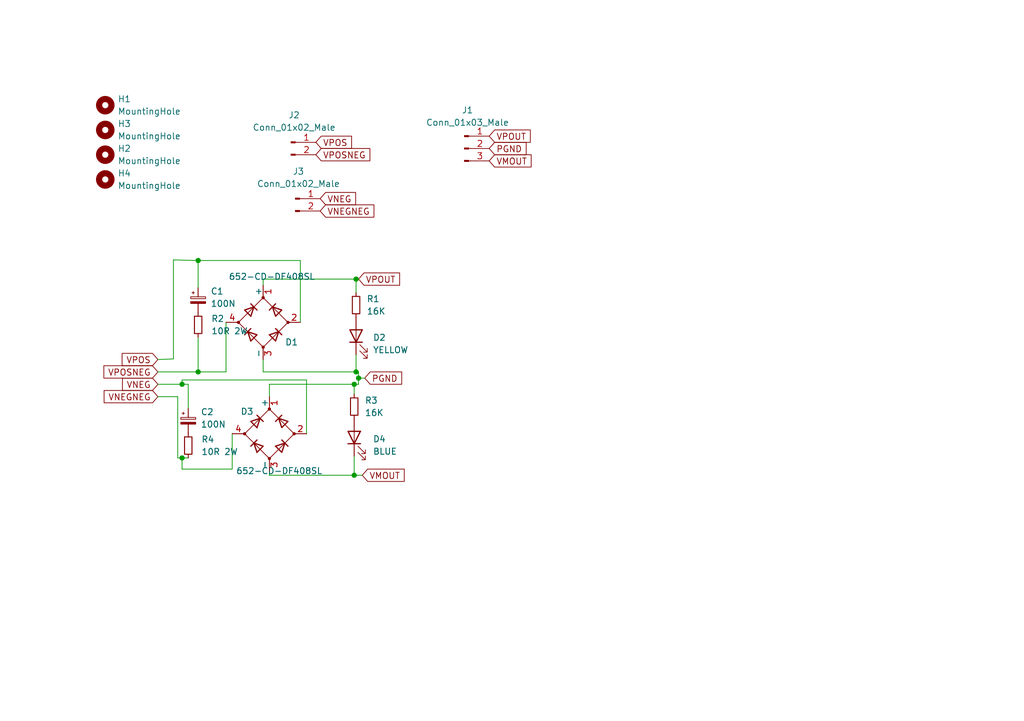
<source format=kicad_sch>
(kicad_sch (version 20231120) (generator "eeschema") (generator_version "8.0")
  (paper "A5")
  (lib_symbols
    (symbol "Connector:Conn_01x02_Male" (pin_names (offset 1.016) hide)
      (property "Reference" "J" (at 0 2.54 0))
      (property "Value" "Conn_01x02_Male" (at 0 -5.08 0))
      (symbol "Conn_01x02_Male_1_1"
        (polyline (pts (xy 1.27 -2.54) (xy 0.8636 -2.54)) (stroke (width 0.1524)))
        (polyline (pts (xy 1.27 0) (xy 0.8636 0)) (stroke (width 0.1524)))
        (rectangle (start 0.8636 -2.413) (end 0 -2.667) (stroke (width 0.1524)) (fill (type outline)))
        (rectangle (start 0.8636 0.127) (end 0 -0.127) (stroke (width 0.1524)) (fill (type outline)))
        (pin passive line (at 5.08 0 180) (length 3.81) (name "Pin_1") (number "1"))
        (pin passive line (at 5.08 -2.54 180) (length 3.81) (name "Pin_2") (number "2"))
      )
    )
    (symbol "Connector:Conn_01x03_Male" (pin_names (offset 1.016) hide)
      (property "Reference" "J" (at 0 5.08 0))
      (property "Value" "Conn_01x03_Male" (at 0 -5.08 0))
      (symbol "Conn_01x03_Male_1_1"
        (polyline (pts (xy 1.27 -2.54) (xy 0.8636 -2.54)) (stroke (width 0.1524)))
        (polyline (pts (xy 1.27 0) (xy 0.8636 0)) (stroke (width 0.1524)))
        (polyline (pts (xy 1.27 2.54) (xy 0.8636 2.54)) (stroke (width 0.1524)))
        (rectangle (start 0.8636 -2.413) (end 0 -2.667) (stroke (width 0.1524)) (fill (type outline)))
        (rectangle (start 0.8636 0.127) (end 0 -0.127) (stroke (width 0.1524)) (fill (type outline)))
        (rectangle (start 0.8636 2.667) (end 0 2.413) (stroke (width 0.1524)) (fill (type outline)))
        (pin passive line (at 5.08 2.54 180) (length 3.81) (name "Pin_1") (number "1"))
        (pin passive line (at 5.08 0 180) (length 3.81) (name "Pin_2") (number "2"))
        (pin passive line (at 5.08 -2.54 180) (length 3.81) (name "Pin_3") (number "3"))
      )
    )
    (symbol "Device:C_Polarized_Small" (pin_numbers hide) (pin_names (offset 0.254) hide)
      (property "Reference" "C" (at 0.254 1.778 0))
      (property "Value" "C_Polarized_Small" (at 0.254 -2.032 0))
      (symbol "C_Polarized_Small_0_1"
        (rectangle (start -1.524 -0.3048) (end 1.524 -0.6858) (fill (type outline)))
        (rectangle (start -1.524 0.6858) (end 1.524 0.3048))
        (polyline (pts (xy -1.27 1.524) (xy -0.762 1.524)))
        (polyline (pts (xy -1.016 1.27) (xy -1.016 1.778)))
      )
      (symbol "C_Polarized_Small_1_1"
        (pin passive line (at 0 2.54 270) (length 1.8542) (name "~") (number "1"))
        (pin passive line (at 0 -2.54 90) (length 1.8542) (name "~") (number "2"))
      )
    )
    (symbol "Device:D_Bridge_+A-A" (pin_names (offset 0))
      (property "Reference" "D" (at 2.54 6.985 0))
      (property "Value" "D_Bridge_+A-A" (at 2.54 5.08 0))
      (symbol "D_Bridge_+A-A_0_1"
        (circle (center -5.08 0) (radius 0.254) (fill (type outline)))
        (circle (center 0 -5.08) (radius 0.254) (fill (type outline)))
        (polyline (pts (xy -2.54 3.81) (xy -1.27 2.54)) (stroke (width 0.254)))
        (polyline (pts (xy -1.27 -2.54) (xy -2.54 -3.81)) (stroke (width 0.254)))
        (polyline (pts (xy 2.54 -1.27) (xy 3.81 -2.54)) (stroke (width 0.254)))
        (polyline (pts (xy 2.54 1.27) (xy 3.81 2.54)) (stroke (width 0.254)))
        (polyline (pts (xy -3.81 2.54) (xy -2.54 1.27) (xy -1.905 3.175) (xy -3.81 2.54)) (stroke (width 0.254)))
        (polyline (pts (xy -2.54 -1.27) (xy -3.81 -2.54) (xy -1.905 -3.175) (xy -2.54 -1.27)) (stroke (width 0.254)))
        (polyline (pts (xy 1.27 2.54) (xy 2.54 3.81) (xy 3.175 1.905) (xy 1.27 2.54)) (stroke (width 0.254)))
        (polyline (pts (xy 3.175 -1.905) (xy 1.27 -2.54) (xy 2.54 -3.81) (xy 3.175 -1.905)) (stroke (width 0.254)))
        (polyline (pts (xy -5.08 0) (xy 0 -5.08) (xy 5.08 0) (xy 0 5.08) (xy -5.08 0)))
        (circle (center 0 5.08) (radius 0.254) (fill (type outline)))
        (circle (center 5.08 0) (radius 0.254) (fill (type outline)))
      )
      (symbol "D_Bridge_+A-A_1_1"
        (pin passive line (at 7.62 0 180) (length 2.54) (name "+") (number "1"))
        (pin passive line (at 0 -7.62 90) (length 2.54) (name "~") (number "2"))
        (pin passive line (at -7.62 0 0) (length 2.54) (name "-") (number "3"))
        (pin passive line (at 0 7.62 270) (length 2.54) (name "~") (number "4"))
      )
    )
    (symbol "Device:LED" (pin_numbers hide) (pin_names (offset 1.016) hide)
      (property "Reference" "D" (at 0 2.54 0))
      (property "Value" "LED" (at 0 -2.54 0))
      (symbol "LED_0_1"
        (polyline (pts (xy -1.27 -1.27) (xy -1.27 1.27)) (stroke (width 0.254)))
        (polyline (pts (xy -1.27 0) (xy 1.27 0)))
        (polyline (pts (xy 1.27 -1.27) (xy 1.27 1.27) (xy -1.27 0) (xy 1.27 -1.27)) (stroke (width 0.254)))
        (polyline (pts (xy -3.048 -0.762) (xy -4.572 -2.286) (xy -3.81 -2.286) (xy -4.572 -2.286) (xy -4.572 -1.524)))
        (polyline (pts (xy -1.778 -0.762) (xy -3.302 -2.286) (xy -2.54 -2.286) (xy -3.302 -2.286) (xy -3.302 -1.524)))
      )
      (symbol "LED_1_1"
        (pin passive line (at -3.81 0 0) (length 2.54) (name "K") (number "1"))
        (pin passive line (at 3.81 0 180) (length 2.54) (name "A") (number "2"))
      )
    )
    (symbol "Device:R_Small" (pin_numbers hide) (pin_names (offset 0.254) hide)
      (property "Reference" "R" (at 0.762 0.508 0))
      (property "Value" "R_Small" (at 0.762 -1.016 0))
      (symbol "R_Small_0_1"
        (rectangle (start -0.762 1.778) (end 0.762 -1.778) (stroke (width 0.2032)))
      )
      (symbol "R_Small_1_1"
        (pin passive line (at 0 2.54 270) (length 0.762) (name "~") (number "1"))
        (pin passive line (at 0 -2.54 90) (length 0.762) (name "~") (number "2"))
      )
    )
    (symbol "Mechanical:MountingHole" (pin_names (offset 1.016))
      (property "Reference" "H" (at 0 5.08 0))
      (property "Value" "MountingHole" (at 0 3.175 0))
      (symbol "MountingHole_0_1"
        (circle (center 0 0) (radius 1.27) (stroke (width 1.27)))
      )
    )
  )
  (junction (at 73.025 57.277))
  (junction (at 72.644 78.867))
  (junction (at 72.644 97.536))
  (junction (at 40.64 76.327))
  (junction (at 37.338 93.98))
  (junction (at 73.533 77.597))
  (junction (at 40.64 53.467))
  (junction (at 37.338 78.867))
  (junction (at 73.025 76.327))
  (wire (pts (xy 37.338 77.978) (xy 37.338 78.867)))
  (wire (pts (xy 72.644 78.867) (xy 72.644 80.899)))
  (wire (pts (xy 38.608 93.98) (xy 37.338 93.98)))
  (wire (pts (xy 37.338 78.867) (xy 38.608 78.867)))
  (wire (pts (xy 36.449 93.98) (xy 36.449 81.407)))
  (wire (pts (xy 40.64 69.215) (xy 40.64 76.327)))
  (wire (pts (xy 62.865 77.978) (xy 62.865 89.027)))
  (wire (pts (xy 38.608 78.867) (xy 38.608 83.82)))
  (wire (pts (xy 73.533 76.327) (xy 73.533 77.597)))
  (wire (pts (xy 61.595 53.467) (xy 40.64 53.467)))
  (wire (pts (xy 53.975 58.547) (xy 53.975 57.277)))
  (wire (pts (xy 55.245 78.867) (xy 72.644 78.867)))
  (wire (pts (xy 35.56 73.66) (xy 32.385 73.787)))
  (wire (pts (xy 35.56 53.34) (xy 35.56 73.66)))
  (wire (pts (xy 73.025 57.277) (xy 73.533 57.277)))
  (wire (pts (xy 55.245 97.536) (xy 55.245 96.647)))
  (wire (pts (xy 61.595 53.467) (xy 61.595 66.167)))
  (wire (pts (xy 32.385 78.867) (xy 37.338 78.867)))
  (wire (pts (xy 40.64 53.467) (xy 40.64 59.055)))
  (wire (pts (xy 53.975 57.277) (xy 73.025 57.277)))
  (wire (pts (xy 72.644 78.867) (xy 73.533 78.867)))
  (wire (pts (xy 32.385 76.327) (xy 40.64 76.327)))
  (wire (pts (xy 46.355 66.167) (xy 46.355 76.327)))
  (wire (pts (xy 55.245 97.536) (xy 72.644 97.536)))
  (wire (pts (xy 53.975 76.327) (xy 73.025 76.327)))
  (wire (pts (xy 37.338 93.98) (xy 37.338 96.266)))
  (wire (pts (xy 40.64 53.467) (xy 35.56 53.34)))
  (wire (pts (xy 47.625 96.266) (xy 37.338 96.266)))
  (wire (pts (xy 72.644 97.536) (xy 74.295 97.536)))
  (wire (pts (xy 32.385 81.407) (xy 36.449 81.407)))
  (wire (pts (xy 37.338 93.98) (xy 36.449 93.98)))
  (wire (pts (xy 73.025 57.277) (xy 73.025 60.071)))
  (wire (pts (xy 55.245 78.867) (xy 55.245 81.407)))
  (wire (pts (xy 53.975 73.787) (xy 53.975 76.327)))
  (wire (pts (xy 73.025 72.771) (xy 73.025 76.327)))
  (wire (pts (xy 73.533 77.597) (xy 73.533 78.867)))
  (wire (pts (xy 40.64 76.327) (xy 46.355 76.327)))
  (wire (pts (xy 73.025 76.327) (xy 73.533 76.327)))
  (wire (pts (xy 47.625 89.027) (xy 47.625 96.266)))
  (wire (pts (xy 62.865 77.978) (xy 37.338 77.978)))
  (wire (pts (xy 73.533 77.597) (xy 74.803 77.597)))
  (wire (pts (xy 72.644 93.599) (xy 72.644 97.536)))
  (global_label "VPOUT" (shape input) (at 73.533 57.277 0) (property "Intersheetrefs" "${INTERSHEET_REFS}" (effects (hide yes))))
  (global_label "VPOSNEG" (shape input) (at 32.385 76.327 180) (property "Intersheetrefs" "${INTERSHEET_REFS}" (effects (hide yes))))
  (global_label "VMOUT" (shape input) (at 74.295 97.536 0) (property "Intersheetrefs" "${INTERSHEET_REFS}" (effects (hide yes))))
  (global_label "VPOS" (shape input) (at 64.77 29.21 0) (property "Intersheetrefs" "${INTERSHEET_REFS}" (effects (hide yes))))
  (global_label "VNEGNEG" (shape input) (at 32.385 81.407 180) (property "Intersheetrefs" "${INTERSHEET_REFS}" (effects (hide yes))))
  (global_label "VPOUT" (shape input) (at 100.33 27.94 0) (property "Intersheetrefs" "${INTERSHEET_REFS}" (effects (hide yes))))
  (global_label "VMOUT" (shape input) (at 100.33 33.02 0) (property "Intersheetrefs" "${INTERSHEET_REFS}" (effects (hide yes))))
  (global_label "VNEG" (shape input) (at 32.385 78.867 180) (property "Intersheetrefs" "${INTERSHEET_REFS}" (effects (hide yes))))
  (global_label "PGND" (shape input) (at 74.803 77.597 0) (property "Intersheetrefs" "${INTERSHEET_REFS}" (effects (hide yes))))
  (global_label "VPOSNEG" (shape input) (at 64.77 31.75 0) (property "Intersheetrefs" "${INTERSHEET_REFS}" (effects (hide yes))))
  (global_label "PGND" (shape input) (at 100.33 30.48 0) (property "Intersheetrefs" "${INTERSHEET_REFS}" (effects (hide yes))))
  (global_label "VPOS" (shape input) (at 32.385 73.787 180) (property "Intersheetrefs" "${INTERSHEET_REFS}" (effects (hide yes))))
  (global_label "VNEGNEG" (shape input) (at 65.659 43.307 0) (property "Intersheetrefs" "${INTERSHEET_REFS}" (effects (hide yes))))
  (global_label "VNEG" (shape input) (at 65.659 40.767 0) (property "Intersheetrefs" "${INTERSHEET_REFS}" (effects (hide yes))))
  (symbol (lib_id "Device:D_Bridge_+A-A") (at 55.245 89.027 90) (unit 1)
    (property "Reference" "D3" (at 50.673 84.455 90))
    (property "Value" "652-CD-DF408SL" (at 57.277 96.647 90))
    (property "Footprint" "Diode_SMD:Diode_Bridge_Bourns_CD-DF4xxS" (effects (hide yes)))
    (property "Mouser" "652-CD-DF408SL" (effects (hide yes)))
  )
  (symbol (lib_id "Connector:Conn_01x02_Male") (at 59.69 29.21 0) (unit 1)
    (property "Reference" "J2" (at 60.325 23.622 0))
    (property "Value" "Conn_01x02_Male" (at 60.325 26.162 0))
    (property "Footprint" "Connector_JST:JST_VH_B2P-VH-B_1x02_P3.96mm_Vertical" (effects (hide yes)))
  )
  (symbol (lib_id "Device:R_Small") (at 72.644 83.439 0) (unit 1)
    (property "Reference" "R3" (at 74.803 82.1689 0) (effects (justify left)))
    (property "Value" "16K" (at 74.803 84.7089 0) (effects (justify left)))
    (property "Footprint" "Resistor_SMD:R_0603_1608Metric_Pad0.98x0.95mm_HandSolder" (effects (hide yes)))
  )
  (symbol (lib_id "Mechanical:MountingHole") (at 21.59 26.67 0) (unit 1)
    (property "Reference" "H3" (at 24.13 25.3999 0) (effects (justify left)))
    (property "Value" "MountingHole" (at 24.13 27.9399 0) (effects (justify left)))
    (property "Footprint" "MountingHole:MountingHole_3.2mm_M3_Pad_TopOnly" (effects (hide yes)))
  )
  (symbol (lib_id "Mechanical:MountingHole") (at 21.59 21.59 0) (unit 1)
    (property "Reference" "H1" (at 24.13 20.3199 0) (effects (justify left)))
    (property "Value" "MountingHole" (at 24.13 22.8599 0) (effects (justify left)))
    (property "Footprint" "MountingHole:MountingHole_3.2mm_M3_Pad_TopOnly" (effects (hide yes)))
  )
  (symbol (lib_id "Device:D_Bridge_+A-A") (at 53.975 66.167 90) (unit 1)
    (property "Reference" "D1" (at 59.817 70.231 90))
    (property "Value" "652-CD-DF408SL" (at 55.753 56.769 90))
    (property "Footprint" "Diode_SMD:Diode_Bridge_Bourns_CD-DF4xxS" (effects (hide yes)))
    (property "Mouser" "652-CD-DF408SL" (effects (hide yes)))
  )
  (symbol (lib_id "Device:LED") (at 73.025 68.961 90) (unit 1)
    (property "Reference" "D2" (at 76.454 69.2784 90) (effects (justify right)))
    (property "Value" "YELLOW" (at 76.454 71.8184 90) (effects (justify right)))
    (property "Footprint" "LED_SMD:LED_0603_1608Metric_Pad1.05x0.95mm_HandSolder" (effects (hide yes)))
  )
  (symbol (lib_id "Connector:Conn_01x02_Male") (at 60.579 40.767 0) (unit 1)
    (property "Reference" "J3" (at 61.214 35.179 0))
    (property "Value" "Conn_01x02_Male" (at 61.214 37.719 0))
    (property "Footprint" "Connector_JST:JST_VH_B2P-VH-B_1x02_P3.96mm_Vertical" (effects (hide yes)))
  )
  (symbol (lib_id "Connector:Conn_01x03_Male") (at 95.25 30.48 0) (unit 1)
    (property "Reference" "J1" (at 95.885 22.606 0))
    (property "Value" "Conn_01x03_Male" (at 95.885 25.146 0))
    (property "Footprint" "Connector_JST:JST_VH_B3P-VH_1x03_P3.96mm_Vertical" (effects (hide yes)))
  )
  (symbol (lib_id "Mechanical:MountingHole") (at 21.59 36.83 0) (unit 1)
    (property "Reference" "H4" (at 24.13 35.5599 0) (effects (justify left)))
    (property "Value" "MountingHole" (at 24.13 38.0999 0) (effects (justify left)))
    (property "Footprint" "MountingHole:MountingHole_3.2mm_M3_Pad_TopOnly" (effects (hide yes)))
  )
  (symbol (lib_id "Device:LED") (at 72.644 89.789 90) (unit 1)
    (property "Reference" "D4" (at 76.454 90.1064 90) (effects (justify right)))
    (property "Value" "BLUE" (at 76.454 92.6464 90) (effects (justify right)))
    (property "Footprint" "LED_SMD:LED_0603_1608Metric_Pad1.05x0.95mm_HandSolder" (effects (hide yes)))
  )
  (symbol (lib_id "Device:R_Small") (at 73.025 62.611 0) (unit 1)
    (property "Reference" "R1" (at 75.184 61.3409 0) (effects (justify left)))
    (property "Value" "16K" (at 75.184 63.8809 0) (effects (justify left)))
    (property "Footprint" "Resistor_SMD:R_0603_1608Metric_Pad0.98x0.95mm_HandSolder" (effects (hide yes)))
  )
  (symbol (lib_id "Device:C_Polarized_Small") (at 38.608 86.36 0) (unit 1)
    (property "Reference" "C2" (at 41.148 84.5438 0) (effects (justify left)))
    (property "Value" "100N" (at 41.148 87.0838 0) (effects (justify left)))
    (property "Footprint" "Capacitor_THT:C_Rect_L13.0mm_W6.0mm_P10.00mm_FKS3_FKP3_MKS4" (effects (hide yes)))
    (property "Mouser" " 505-MKP1D031003G00JS " (effects (hide yes)))
  )
  (symbol (lib_id "Device:C_Polarized_Small") (at 40.64 61.595 0) (unit 1)
    (property "Reference" "C1" (at 43.18 59.7788 0) (effects (justify left)))
    (property "Value" "100N" (at 43.18 62.3188 0) (effects (justify left)))
    (property "Footprint" "Capacitor_THT:C_Rect_L13.0mm_W6.0mm_P10.00mm_FKS3_FKP3_MKS4" (effects (hide yes)))
    (property "Mouser" " 505-MKP1D031003G00JS " (effects (hide yes)))
  )
  (symbol (lib_id "Mechanical:MountingHole") (at 21.59 31.75 0) (unit 1)
    (property "Reference" "H2" (at 24.13 30.4799 0) (effects (justify left)))
    (property "Value" "MountingHole" (at 24.13 33.0199 0) (effects (justify left)))
    (property "Footprint" "MountingHole:MountingHole_3.2mm_M3_Pad_TopOnly" (effects (hide yes)))
  )
  (symbol (lib_id "Device:R_Small") (at 40.64 66.675 0) (unit 1)
    (property "Reference" "R2" (at 43.307 65.4049 0) (effects (justify left)))
    (property "Value" "10R 2W" (at 43.307 67.9449 0) (effects (justify left)))
    (property "Footprint" "Resistor_SMD:R_2512_6332Metric" (effects (hide yes)))
    (property "Mouser" "603-SR2512JK-7W10RL" (effects (hide yes)))
  )
  (symbol (lib_id "Device:R_Small") (at 38.608 91.44 0) (unit 1)
    (property "Reference" "R4" (at 41.275 90.1699 0) (effects (justify left)))
    (property "Value" "10R 2W" (at 41.275 92.7099 0) (effects (justify left)))
    (property "Footprint" "Resistor_SMD:R_2512_6332Metric" (effects (hide yes)))
    (property "Mouser" "603-SR2512JK-7W10RL" (effects (hide yes)))
  )
)
</source>
